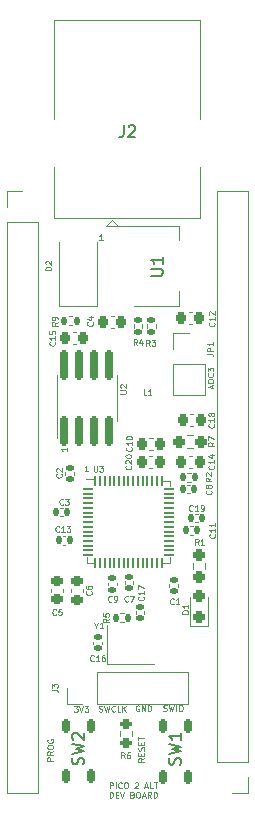
<source format=gbr>
%TF.GenerationSoftware,KiCad,Pcbnew,(6.0.11)*%
%TF.CreationDate,2024-08-13T15:35:31-05:00*%
%TF.ProjectId,PicoAlt,5069636f-416c-4742-9e6b-696361645f70,rev?*%
%TF.SameCoordinates,Original*%
%TF.FileFunction,Legend,Top*%
%TF.FilePolarity,Positive*%
%FSLAX46Y46*%
G04 Gerber Fmt 4.6, Leading zero omitted, Abs format (unit mm)*
G04 Created by KiCad (PCBNEW (6.0.11)) date 2024-08-13 15:35:31*
%MOMM*%
%LPD*%
G01*
G04 APERTURE LIST*
G04 Aperture macros list*
%AMRoundRect*
0 Rectangle with rounded corners*
0 $1 Rounding radius*
0 $2 $3 $4 $5 $6 $7 $8 $9 X,Y pos of 4 corners*
0 Add a 4 corners polygon primitive as box body*
4,1,4,$2,$3,$4,$5,$6,$7,$8,$9,$2,$3,0*
0 Add four circle primitives for the rounded corners*
1,1,$1+$1,$2,$3*
1,1,$1+$1,$4,$5*
1,1,$1+$1,$6,$7*
1,1,$1+$1,$8,$9*
0 Add four rect primitives between the rounded corners*
20,1,$1+$1,$2,$3,$4,$5,0*
20,1,$1+$1,$4,$5,$6,$7,0*
20,1,$1+$1,$6,$7,$8,$9,0*
20,1,$1+$1,$8,$9,$2,$3,0*%
G04 Aperture macros list end*
%ADD10C,0.125000*%
%ADD11C,0.150000*%
%ADD12C,0.100000*%
%ADD13C,0.120000*%
%ADD14R,1.400000X1.200000*%
%ADD15RoundRect,0.140000X0.140000X0.170000X-0.140000X0.170000X-0.140000X-0.170000X0.140000X-0.170000X0*%
%ADD16R,1.700000X1.700000*%
%ADD17C,1.700000*%
%ADD18C,3.500000*%
%ADD19RoundRect,0.135000X0.135000X0.185000X-0.135000X0.185000X-0.135000X-0.185000X0.135000X-0.185000X0*%
%ADD20RoundRect,0.225000X0.225000X0.250000X-0.225000X0.250000X-0.225000X-0.250000X0.225000X-0.250000X0*%
%ADD21RoundRect,0.237500X0.237500X-0.250000X0.237500X0.250000X-0.237500X0.250000X-0.237500X-0.250000X0*%
%ADD22RoundRect,0.135000X-0.185000X0.135000X-0.185000X-0.135000X0.185000X-0.135000X0.185000X0.135000X0*%
%ADD23RoundRect,0.140000X-0.170000X0.140000X-0.170000X-0.140000X0.170000X-0.140000X0.170000X0.140000X0*%
%ADD24RoundRect,0.225000X-0.225000X-0.250000X0.225000X-0.250000X0.225000X0.250000X-0.225000X0.250000X0*%
%ADD25RoundRect,0.050000X-0.387500X-0.050000X0.387500X-0.050000X0.387500X0.050000X-0.387500X0.050000X0*%
%ADD26RoundRect,0.050000X-0.050000X-0.387500X0.050000X-0.387500X0.050000X0.387500X-0.050000X0.387500X0*%
%ADD27R,3.400000X3.400000*%
%ADD28RoundRect,0.200000X-0.275000X0.200000X-0.275000X-0.200000X0.275000X-0.200000X0.275000X0.200000X0*%
%ADD29R,2.000000X1.500000*%
%ADD30R,2.000000X3.800000*%
%ADD31O,1.700000X1.700000*%
%ADD32RoundRect,0.140000X-0.140000X-0.170000X0.140000X-0.170000X0.140000X0.170000X-0.140000X0.170000X0*%
%ADD33R,0.800000X2.700000*%
%ADD34R,1.800000X2.500000*%
%ADD35RoundRect,0.237500X0.250000X0.237500X-0.250000X0.237500X-0.250000X-0.237500X0.250000X-0.237500X0*%
%ADD36RoundRect,0.162500X0.162500X-0.437500X0.162500X0.437500X-0.162500X0.437500X-0.162500X-0.437500X0*%
%ADD37RoundRect,0.237500X0.237500X-0.287500X0.237500X0.287500X-0.237500X0.287500X-0.237500X-0.287500X0*%
%ADD38RoundRect,0.150000X0.150000X-1.125000X0.150000X1.125000X-0.150000X1.125000X-0.150000X-1.125000X0*%
%ADD39RoundRect,0.135000X0.185000X-0.135000X0.185000X0.135000X-0.185000X0.135000X-0.185000X-0.135000X0*%
%ADD40RoundRect,0.140000X0.170000X-0.140000X0.170000X0.140000X-0.170000X0.140000X-0.170000X-0.140000X0*%
%ADD41RoundRect,0.225000X-0.250000X0.225000X-0.250000X-0.225000X0.250000X-0.225000X0.250000X0.225000X0*%
G04 APERTURE END LIST*
D10*
X149559047Y-120970000D02*
X149511428Y-120946190D01*
X149440000Y-120946190D01*
X149368571Y-120970000D01*
X149320952Y-121017619D01*
X149297142Y-121065238D01*
X149273333Y-121160476D01*
X149273333Y-121231904D01*
X149297142Y-121327142D01*
X149320952Y-121374761D01*
X149368571Y-121422380D01*
X149440000Y-121446190D01*
X149487619Y-121446190D01*
X149559047Y-121422380D01*
X149582857Y-121398571D01*
X149582857Y-121231904D01*
X149487619Y-121231904D01*
X149797142Y-121446190D02*
X149797142Y-120946190D01*
X150082857Y-121446190D01*
X150082857Y-120946190D01*
X150320952Y-121446190D02*
X150320952Y-120946190D01*
X150440000Y-120946190D01*
X150511428Y-120970000D01*
X150559047Y-121017619D01*
X150582857Y-121065238D01*
X150606666Y-121160476D01*
X150606666Y-121231904D01*
X150582857Y-121327142D01*
X150559047Y-121374761D01*
X150511428Y-121422380D01*
X150440000Y-121446190D01*
X150320952Y-121446190D01*
X151630476Y-121392380D02*
X151701904Y-121416190D01*
X151820952Y-121416190D01*
X151868571Y-121392380D01*
X151892380Y-121368571D01*
X151916190Y-121320952D01*
X151916190Y-121273333D01*
X151892380Y-121225714D01*
X151868571Y-121201904D01*
X151820952Y-121178095D01*
X151725714Y-121154285D01*
X151678095Y-121130476D01*
X151654285Y-121106666D01*
X151630476Y-121059047D01*
X151630476Y-121011428D01*
X151654285Y-120963809D01*
X151678095Y-120940000D01*
X151725714Y-120916190D01*
X151844761Y-120916190D01*
X151916190Y-120940000D01*
X152082857Y-120916190D02*
X152201904Y-121416190D01*
X152297142Y-121059047D01*
X152392380Y-121416190D01*
X152511428Y-120916190D01*
X152701904Y-121416190D02*
X152701904Y-120916190D01*
X153035238Y-120916190D02*
X153130476Y-120916190D01*
X153178095Y-120940000D01*
X153225714Y-120987619D01*
X153249523Y-121082857D01*
X153249523Y-121249523D01*
X153225714Y-121344761D01*
X153178095Y-121392380D01*
X153130476Y-121416190D01*
X153035238Y-121416190D01*
X152987619Y-121392380D01*
X152940000Y-121344761D01*
X152916190Y-121249523D01*
X152916190Y-121082857D01*
X152940000Y-120987619D01*
X152987619Y-120940000D01*
X153035238Y-120916190D01*
X143456190Y-99137142D02*
X143456190Y-99422857D01*
X143456190Y-99280000D02*
X142956190Y-99280000D01*
X143027619Y-99327619D01*
X143075238Y-99375238D01*
X143099047Y-99422857D01*
X145242857Y-101136190D02*
X144957142Y-101136190D01*
X145100000Y-101136190D02*
X145100000Y-100636190D01*
X145052380Y-100707619D01*
X145004761Y-100755238D01*
X144957142Y-100779047D01*
X144050952Y-120996190D02*
X144360476Y-120996190D01*
X144193809Y-121186666D01*
X144265238Y-121186666D01*
X144312857Y-121210476D01*
X144336666Y-121234285D01*
X144360476Y-121281904D01*
X144360476Y-121400952D01*
X144336666Y-121448571D01*
X144312857Y-121472380D01*
X144265238Y-121496190D01*
X144122380Y-121496190D01*
X144074761Y-121472380D01*
X144050952Y-121448571D01*
X144503333Y-120996190D02*
X144670000Y-121496190D01*
X144836666Y-120996190D01*
X144955714Y-120996190D02*
X145265238Y-120996190D01*
X145098571Y-121186666D01*
X145170000Y-121186666D01*
X145217619Y-121210476D01*
X145241428Y-121234285D01*
X145265238Y-121281904D01*
X145265238Y-121400952D01*
X145241428Y-121448571D01*
X145217619Y-121472380D01*
X145170000Y-121496190D01*
X145027142Y-121496190D01*
X144979523Y-121472380D01*
X144955714Y-121448571D01*
X150006190Y-125416190D02*
X149768095Y-125582857D01*
X150006190Y-125701904D02*
X149506190Y-125701904D01*
X149506190Y-125511428D01*
X149530000Y-125463809D01*
X149553809Y-125440000D01*
X149601428Y-125416190D01*
X149672857Y-125416190D01*
X149720476Y-125440000D01*
X149744285Y-125463809D01*
X149768095Y-125511428D01*
X149768095Y-125701904D01*
X149744285Y-125201904D02*
X149744285Y-125035238D01*
X150006190Y-124963809D02*
X150006190Y-125201904D01*
X149506190Y-125201904D01*
X149506190Y-124963809D01*
X149982380Y-124773333D02*
X150006190Y-124701904D01*
X150006190Y-124582857D01*
X149982380Y-124535238D01*
X149958571Y-124511428D01*
X149910952Y-124487619D01*
X149863333Y-124487619D01*
X149815714Y-124511428D01*
X149791904Y-124535238D01*
X149768095Y-124582857D01*
X149744285Y-124678095D01*
X149720476Y-124725714D01*
X149696666Y-124749523D01*
X149649047Y-124773333D01*
X149601428Y-124773333D01*
X149553809Y-124749523D01*
X149530000Y-124725714D01*
X149506190Y-124678095D01*
X149506190Y-124559047D01*
X149530000Y-124487619D01*
X149744285Y-124273333D02*
X149744285Y-124106666D01*
X150006190Y-124035238D02*
X150006190Y-124273333D01*
X149506190Y-124273333D01*
X149506190Y-124035238D01*
X149506190Y-123892380D02*
X149506190Y-123606666D01*
X150006190Y-123749523D02*
X149506190Y-123749523D01*
X142306190Y-125622857D02*
X141806190Y-125622857D01*
X141806190Y-125432380D01*
X141830000Y-125384761D01*
X141853809Y-125360952D01*
X141901428Y-125337142D01*
X141972857Y-125337142D01*
X142020476Y-125360952D01*
X142044285Y-125384761D01*
X142068095Y-125432380D01*
X142068095Y-125622857D01*
X142306190Y-124837142D02*
X142068095Y-125003809D01*
X142306190Y-125122857D02*
X141806190Y-125122857D01*
X141806190Y-124932380D01*
X141830000Y-124884761D01*
X141853809Y-124860952D01*
X141901428Y-124837142D01*
X141972857Y-124837142D01*
X142020476Y-124860952D01*
X142044285Y-124884761D01*
X142068095Y-124932380D01*
X142068095Y-125122857D01*
X141806190Y-124527619D02*
X141806190Y-124432380D01*
X141830000Y-124384761D01*
X141877619Y-124337142D01*
X141972857Y-124313333D01*
X142139523Y-124313333D01*
X142234761Y-124337142D01*
X142282380Y-124384761D01*
X142306190Y-124432380D01*
X142306190Y-124527619D01*
X142282380Y-124575238D01*
X142234761Y-124622857D01*
X142139523Y-124646666D01*
X141972857Y-124646666D01*
X141877619Y-124622857D01*
X141830000Y-124575238D01*
X141806190Y-124527619D01*
X141830000Y-123837142D02*
X141806190Y-123884761D01*
X141806190Y-123956190D01*
X141830000Y-124027619D01*
X141877619Y-124075238D01*
X141925238Y-124099047D01*
X142020476Y-124122857D01*
X142091904Y-124122857D01*
X142187142Y-124099047D01*
X142234761Y-124075238D01*
X142282380Y-124027619D01*
X142306190Y-123956190D01*
X142306190Y-123908571D01*
X142282380Y-123837142D01*
X142258571Y-123813333D01*
X142091904Y-123813333D01*
X142091904Y-123908571D01*
X146179047Y-121452380D02*
X146250476Y-121476190D01*
X146369523Y-121476190D01*
X146417142Y-121452380D01*
X146440952Y-121428571D01*
X146464761Y-121380952D01*
X146464761Y-121333333D01*
X146440952Y-121285714D01*
X146417142Y-121261904D01*
X146369523Y-121238095D01*
X146274285Y-121214285D01*
X146226666Y-121190476D01*
X146202857Y-121166666D01*
X146179047Y-121119047D01*
X146179047Y-121071428D01*
X146202857Y-121023809D01*
X146226666Y-121000000D01*
X146274285Y-120976190D01*
X146393333Y-120976190D01*
X146464761Y-121000000D01*
X146631428Y-120976190D02*
X146750476Y-121476190D01*
X146845714Y-121119047D01*
X146940952Y-121476190D01*
X147060000Y-120976190D01*
X147536190Y-121428571D02*
X147512380Y-121452380D01*
X147440952Y-121476190D01*
X147393333Y-121476190D01*
X147321904Y-121452380D01*
X147274285Y-121404761D01*
X147250476Y-121357142D01*
X147226666Y-121261904D01*
X147226666Y-121190476D01*
X147250476Y-121095238D01*
X147274285Y-121047619D01*
X147321904Y-121000000D01*
X147393333Y-120976190D01*
X147440952Y-120976190D01*
X147512380Y-121000000D01*
X147536190Y-121023809D01*
X147988571Y-121476190D02*
X147750476Y-121476190D01*
X147750476Y-120976190D01*
X148155238Y-121476190D02*
X148155238Y-120976190D01*
X148440952Y-121476190D02*
X148226666Y-121190476D01*
X148440952Y-120976190D02*
X148155238Y-121261904D01*
X146482857Y-81556190D02*
X146197142Y-81556190D01*
X146340000Y-81556190D02*
X146340000Y-81056190D01*
X146292380Y-81127619D01*
X146244761Y-81175238D01*
X146197142Y-81199047D01*
X147081904Y-127963690D02*
X147081904Y-127463690D01*
X147272380Y-127463690D01*
X147320000Y-127487500D01*
X147343809Y-127511309D01*
X147367619Y-127558928D01*
X147367619Y-127630357D01*
X147343809Y-127677976D01*
X147320000Y-127701785D01*
X147272380Y-127725595D01*
X147081904Y-127725595D01*
X147581904Y-127963690D02*
X147581904Y-127463690D01*
X148105714Y-127916071D02*
X148081904Y-127939880D01*
X148010476Y-127963690D01*
X147962857Y-127963690D01*
X147891428Y-127939880D01*
X147843809Y-127892261D01*
X147820000Y-127844642D01*
X147796190Y-127749404D01*
X147796190Y-127677976D01*
X147820000Y-127582738D01*
X147843809Y-127535119D01*
X147891428Y-127487500D01*
X147962857Y-127463690D01*
X148010476Y-127463690D01*
X148081904Y-127487500D01*
X148105714Y-127511309D01*
X148415238Y-127463690D02*
X148510476Y-127463690D01*
X148558095Y-127487500D01*
X148605714Y-127535119D01*
X148629523Y-127630357D01*
X148629523Y-127797023D01*
X148605714Y-127892261D01*
X148558095Y-127939880D01*
X148510476Y-127963690D01*
X148415238Y-127963690D01*
X148367619Y-127939880D01*
X148320000Y-127892261D01*
X148296190Y-127797023D01*
X148296190Y-127630357D01*
X148320000Y-127535119D01*
X148367619Y-127487500D01*
X148415238Y-127463690D01*
X149200952Y-127511309D02*
X149224761Y-127487500D01*
X149272380Y-127463690D01*
X149391428Y-127463690D01*
X149439047Y-127487500D01*
X149462857Y-127511309D01*
X149486666Y-127558928D01*
X149486666Y-127606547D01*
X149462857Y-127677976D01*
X149177142Y-127963690D01*
X149486666Y-127963690D01*
X150058095Y-127820833D02*
X150296190Y-127820833D01*
X150010476Y-127963690D02*
X150177142Y-127463690D01*
X150343809Y-127963690D01*
X150748571Y-127963690D02*
X150510476Y-127963690D01*
X150510476Y-127463690D01*
X150843809Y-127463690D02*
X151129523Y-127463690D01*
X150986666Y-127963690D02*
X150986666Y-127463690D01*
X147081904Y-128768690D02*
X147081904Y-128268690D01*
X147200952Y-128268690D01*
X147272380Y-128292500D01*
X147320000Y-128340119D01*
X147343809Y-128387738D01*
X147367619Y-128482976D01*
X147367619Y-128554404D01*
X147343809Y-128649642D01*
X147320000Y-128697261D01*
X147272380Y-128744880D01*
X147200952Y-128768690D01*
X147081904Y-128768690D01*
X147581904Y-128506785D02*
X147748571Y-128506785D01*
X147820000Y-128768690D02*
X147581904Y-128768690D01*
X147581904Y-128268690D01*
X147820000Y-128268690D01*
X147962857Y-128268690D02*
X148129523Y-128768690D01*
X148296190Y-128268690D01*
X149010476Y-128506785D02*
X149081904Y-128530595D01*
X149105714Y-128554404D01*
X149129523Y-128602023D01*
X149129523Y-128673452D01*
X149105714Y-128721071D01*
X149081904Y-128744880D01*
X149034285Y-128768690D01*
X148843809Y-128768690D01*
X148843809Y-128268690D01*
X149010476Y-128268690D01*
X149058095Y-128292500D01*
X149081904Y-128316309D01*
X149105714Y-128363928D01*
X149105714Y-128411547D01*
X149081904Y-128459166D01*
X149058095Y-128482976D01*
X149010476Y-128506785D01*
X148843809Y-128506785D01*
X149439047Y-128268690D02*
X149534285Y-128268690D01*
X149581904Y-128292500D01*
X149629523Y-128340119D01*
X149653333Y-128435357D01*
X149653333Y-128602023D01*
X149629523Y-128697261D01*
X149581904Y-128744880D01*
X149534285Y-128768690D01*
X149439047Y-128768690D01*
X149391428Y-128744880D01*
X149343809Y-128697261D01*
X149320000Y-128602023D01*
X149320000Y-128435357D01*
X149343809Y-128340119D01*
X149391428Y-128292500D01*
X149439047Y-128268690D01*
X149843809Y-128625833D02*
X150081904Y-128625833D01*
X149796190Y-128768690D02*
X149962857Y-128268690D01*
X150129523Y-128768690D01*
X150581904Y-128768690D02*
X150415238Y-128530595D01*
X150296190Y-128768690D02*
X150296190Y-128268690D01*
X150486666Y-128268690D01*
X150534285Y-128292500D01*
X150558095Y-128316309D01*
X150581904Y-128363928D01*
X150581904Y-128435357D01*
X150558095Y-128482976D01*
X150534285Y-128506785D01*
X150486666Y-128530595D01*
X150296190Y-128530595D01*
X150796190Y-128768690D02*
X150796190Y-128268690D01*
X150915238Y-128268690D01*
X150986666Y-128292500D01*
X151034285Y-128340119D01*
X151058095Y-128387738D01*
X151081904Y-128482976D01*
X151081904Y-128554404D01*
X151058095Y-128649642D01*
X151034285Y-128697261D01*
X150986666Y-128744880D01*
X150915238Y-128768690D01*
X150796190Y-128768690D01*
X155723333Y-94067142D02*
X155723333Y-93829047D01*
X155866190Y-94114761D02*
X155366190Y-93948095D01*
X155866190Y-93781428D01*
X155866190Y-93614761D02*
X155366190Y-93614761D01*
X155366190Y-93495714D01*
X155390000Y-93424285D01*
X155437619Y-93376666D01*
X155485238Y-93352857D01*
X155580476Y-93329047D01*
X155651904Y-93329047D01*
X155747142Y-93352857D01*
X155794761Y-93376666D01*
X155842380Y-93424285D01*
X155866190Y-93495714D01*
X155866190Y-93614761D01*
X155818571Y-92829047D02*
X155842380Y-92852857D01*
X155866190Y-92924285D01*
X155866190Y-92971904D01*
X155842380Y-93043333D01*
X155794761Y-93090952D01*
X155747142Y-93114761D01*
X155651904Y-93138571D01*
X155580476Y-93138571D01*
X155485238Y-93114761D01*
X155437619Y-93090952D01*
X155390000Y-93043333D01*
X155366190Y-92971904D01*
X155366190Y-92924285D01*
X155390000Y-92852857D01*
X155413809Y-92829047D01*
X155366190Y-92662380D02*
X155366190Y-92352857D01*
X155556666Y-92519523D01*
X155556666Y-92448095D01*
X155580476Y-92400476D01*
X155604285Y-92376666D01*
X155651904Y-92352857D01*
X155770952Y-92352857D01*
X155818571Y-92376666D01*
X155842380Y-92400476D01*
X155866190Y-92448095D01*
X155866190Y-92590952D01*
X155842380Y-92638571D01*
X155818571Y-92662380D01*
%TO.C,Y1*%
X145941904Y-114198095D02*
X145941904Y-114436190D01*
X145775238Y-113936190D02*
X145941904Y-114198095D01*
X146108571Y-113936190D01*
X146537142Y-114436190D02*
X146251428Y-114436190D01*
X146394285Y-114436190D02*
X146394285Y-113936190D01*
X146346666Y-114007619D01*
X146299047Y-114055238D01*
X146251428Y-114079047D01*
%TO.C,C13*%
X142798571Y-106218571D02*
X142774761Y-106242380D01*
X142703333Y-106266190D01*
X142655714Y-106266190D01*
X142584285Y-106242380D01*
X142536666Y-106194761D01*
X142512857Y-106147142D01*
X142489047Y-106051904D01*
X142489047Y-105980476D01*
X142512857Y-105885238D01*
X142536666Y-105837619D01*
X142584285Y-105790000D01*
X142655714Y-105766190D01*
X142703333Y-105766190D01*
X142774761Y-105790000D01*
X142798571Y-105813809D01*
X143274761Y-106266190D02*
X142989047Y-106266190D01*
X143131904Y-106266190D02*
X143131904Y-105766190D01*
X143084285Y-105837619D01*
X143036666Y-105885238D01*
X142989047Y-105909047D01*
X143441428Y-105766190D02*
X143750952Y-105766190D01*
X143584285Y-105956666D01*
X143655714Y-105956666D01*
X143703333Y-105980476D01*
X143727142Y-106004285D01*
X143750952Y-106051904D01*
X143750952Y-106170952D01*
X143727142Y-106218571D01*
X143703333Y-106242380D01*
X143655714Y-106266190D01*
X143512857Y-106266190D01*
X143465238Y-106242380D01*
X143441428Y-106218571D01*
D11*
%TO.C,J2*%
X148256666Y-71842380D02*
X148256666Y-72556666D01*
X148209047Y-72699523D01*
X148113809Y-72794761D01*
X147970952Y-72842380D01*
X147875714Y-72842380D01*
X148685238Y-71937619D02*
X148732857Y-71890000D01*
X148828095Y-71842380D01*
X149066190Y-71842380D01*
X149161428Y-71890000D01*
X149209047Y-71937619D01*
X149256666Y-72032857D01*
X149256666Y-72128095D01*
X149209047Y-72270952D01*
X148637619Y-72842380D01*
X149256666Y-72842380D01*
D12*
%TO.C,R9*%
X142676190Y-88503333D02*
X142438095Y-88670000D01*
X142676190Y-88789047D02*
X142176190Y-88789047D01*
X142176190Y-88598571D01*
X142200000Y-88550952D01*
X142223809Y-88527142D01*
X142271428Y-88503333D01*
X142342857Y-88503333D01*
X142390476Y-88527142D01*
X142414285Y-88550952D01*
X142438095Y-88598571D01*
X142438095Y-88789047D01*
X142676190Y-88265238D02*
X142676190Y-88170000D01*
X142652380Y-88122380D01*
X142628571Y-88098571D01*
X142557142Y-88050952D01*
X142461904Y-88027142D01*
X142271428Y-88027142D01*
X142223809Y-88050952D01*
X142200000Y-88074761D01*
X142176190Y-88122380D01*
X142176190Y-88217619D01*
X142200000Y-88265238D01*
X142223809Y-88289047D01*
X142271428Y-88312857D01*
X142390476Y-88312857D01*
X142438095Y-88289047D01*
X142461904Y-88265238D01*
X142485714Y-88217619D01*
X142485714Y-88122380D01*
X142461904Y-88074761D01*
X142438095Y-88050952D01*
X142390476Y-88027142D01*
D10*
%TO.C,C12*%
X155918571Y-88531428D02*
X155942380Y-88555238D01*
X155966190Y-88626666D01*
X155966190Y-88674285D01*
X155942380Y-88745714D01*
X155894761Y-88793333D01*
X155847142Y-88817142D01*
X155751904Y-88840952D01*
X155680476Y-88840952D01*
X155585238Y-88817142D01*
X155537619Y-88793333D01*
X155490000Y-88745714D01*
X155466190Y-88674285D01*
X155466190Y-88626666D01*
X155490000Y-88555238D01*
X155513809Y-88531428D01*
X155966190Y-88055238D02*
X155966190Y-88340952D01*
X155966190Y-88198095D02*
X155466190Y-88198095D01*
X155537619Y-88245714D01*
X155585238Y-88293333D01*
X155609047Y-88340952D01*
X155513809Y-87864761D02*
X155490000Y-87840952D01*
X155466190Y-87793333D01*
X155466190Y-87674285D01*
X155490000Y-87626666D01*
X155513809Y-87602857D01*
X155561428Y-87579047D01*
X155609047Y-87579047D01*
X155680476Y-87602857D01*
X155966190Y-87888571D01*
X155966190Y-87579047D01*
%TO.C,R1*%
X154606666Y-107346190D02*
X154440000Y-107108095D01*
X154320952Y-107346190D02*
X154320952Y-106846190D01*
X154511428Y-106846190D01*
X154559047Y-106870000D01*
X154582857Y-106893809D01*
X154606666Y-106941428D01*
X154606666Y-107012857D01*
X154582857Y-107060476D01*
X154559047Y-107084285D01*
X154511428Y-107108095D01*
X154320952Y-107108095D01*
X155082857Y-107346190D02*
X154797142Y-107346190D01*
X154940000Y-107346190D02*
X154940000Y-106846190D01*
X154892380Y-106917619D01*
X154844761Y-106965238D01*
X154797142Y-106989047D01*
D12*
%TO.C,R3*%
X150466666Y-90506190D02*
X150300000Y-90268095D01*
X150180952Y-90506190D02*
X150180952Y-90006190D01*
X150371428Y-90006190D01*
X150419047Y-90030000D01*
X150442857Y-90053809D01*
X150466666Y-90101428D01*
X150466666Y-90172857D01*
X150442857Y-90220476D01*
X150419047Y-90244285D01*
X150371428Y-90268095D01*
X150180952Y-90268095D01*
X150633333Y-90006190D02*
X150942857Y-90006190D01*
X150776190Y-90196666D01*
X150847619Y-90196666D01*
X150895238Y-90220476D01*
X150919047Y-90244285D01*
X150942857Y-90291904D01*
X150942857Y-90410952D01*
X150919047Y-90458571D01*
X150895238Y-90482380D01*
X150847619Y-90506190D01*
X150704761Y-90506190D01*
X150657142Y-90482380D01*
X150633333Y-90458571D01*
D10*
%TO.C,C1*%
X152496666Y-112348571D02*
X152472857Y-112372380D01*
X152401428Y-112396190D01*
X152353809Y-112396190D01*
X152282380Y-112372380D01*
X152234761Y-112324761D01*
X152210952Y-112277142D01*
X152187142Y-112181904D01*
X152187142Y-112110476D01*
X152210952Y-112015238D01*
X152234761Y-111967619D01*
X152282380Y-111920000D01*
X152353809Y-111896190D01*
X152401428Y-111896190D01*
X152472857Y-111920000D01*
X152496666Y-111943809D01*
X152972857Y-112396190D02*
X152687142Y-112396190D01*
X152830000Y-112396190D02*
X152830000Y-111896190D01*
X152782380Y-111967619D01*
X152734761Y-112015238D01*
X152687142Y-112039047D01*
%TO.C,C10*%
X148928571Y-99091428D02*
X148952380Y-99115238D01*
X148976190Y-99186666D01*
X148976190Y-99234285D01*
X148952380Y-99305714D01*
X148904761Y-99353333D01*
X148857142Y-99377142D01*
X148761904Y-99400952D01*
X148690476Y-99400952D01*
X148595238Y-99377142D01*
X148547619Y-99353333D01*
X148500000Y-99305714D01*
X148476190Y-99234285D01*
X148476190Y-99186666D01*
X148500000Y-99115238D01*
X148523809Y-99091428D01*
X148976190Y-98615238D02*
X148976190Y-98900952D01*
X148976190Y-98758095D02*
X148476190Y-98758095D01*
X148547619Y-98805714D01*
X148595238Y-98853333D01*
X148619047Y-98900952D01*
X148476190Y-98305714D02*
X148476190Y-98258095D01*
X148500000Y-98210476D01*
X148523809Y-98186666D01*
X148571428Y-98162857D01*
X148666666Y-98139047D01*
X148785714Y-98139047D01*
X148880952Y-98162857D01*
X148928571Y-98186666D01*
X148952380Y-98210476D01*
X148976190Y-98258095D01*
X148976190Y-98305714D01*
X148952380Y-98353333D01*
X148928571Y-98377142D01*
X148880952Y-98400952D01*
X148785714Y-98424761D01*
X148666666Y-98424761D01*
X148571428Y-98400952D01*
X148523809Y-98377142D01*
X148500000Y-98353333D01*
X148476190Y-98305714D01*
D12*
%TO.C,U3*%
X145739047Y-100666190D02*
X145739047Y-101070952D01*
X145762857Y-101118571D01*
X145786666Y-101142380D01*
X145834285Y-101166190D01*
X145929523Y-101166190D01*
X145977142Y-101142380D01*
X146000952Y-101118571D01*
X146024761Y-101070952D01*
X146024761Y-100666190D01*
X146215238Y-100666190D02*
X146524761Y-100666190D01*
X146358095Y-100856666D01*
X146429523Y-100856666D01*
X146477142Y-100880476D01*
X146500952Y-100904285D01*
X146524761Y-100951904D01*
X146524761Y-101070952D01*
X146500952Y-101118571D01*
X146477142Y-101142380D01*
X146429523Y-101166190D01*
X146286666Y-101166190D01*
X146239047Y-101142380D01*
X146215238Y-101118571D01*
%TO.C,R6*%
X148336666Y-125426190D02*
X148170000Y-125188095D01*
X148050952Y-125426190D02*
X148050952Y-124926190D01*
X148241428Y-124926190D01*
X148289047Y-124950000D01*
X148312857Y-124973809D01*
X148336666Y-125021428D01*
X148336666Y-125092857D01*
X148312857Y-125140476D01*
X148289047Y-125164285D01*
X148241428Y-125188095D01*
X148050952Y-125188095D01*
X148765238Y-124926190D02*
X148670000Y-124926190D01*
X148622380Y-124950000D01*
X148598571Y-124973809D01*
X148550952Y-125045238D01*
X148527142Y-125140476D01*
X148527142Y-125330952D01*
X148550952Y-125378571D01*
X148574761Y-125402380D01*
X148622380Y-125426190D01*
X148717619Y-125426190D01*
X148765238Y-125402380D01*
X148789047Y-125378571D01*
X148812857Y-125330952D01*
X148812857Y-125211904D01*
X148789047Y-125164285D01*
X148765238Y-125140476D01*
X148717619Y-125116666D01*
X148622380Y-125116666D01*
X148574761Y-125140476D01*
X148550952Y-125164285D01*
X148527142Y-125211904D01*
D11*
%TO.C,U1*%
X150582380Y-84551904D02*
X151391904Y-84551904D01*
X151487142Y-84504285D01*
X151534761Y-84456666D01*
X151582380Y-84361428D01*
X151582380Y-84170952D01*
X151534761Y-84075714D01*
X151487142Y-84028095D01*
X151391904Y-83980476D01*
X150582380Y-83980476D01*
X151582380Y-82980476D02*
X151582380Y-83551904D01*
X151582380Y-83266190D02*
X150582380Y-83266190D01*
X150725238Y-83361428D01*
X150820476Y-83456666D01*
X150868095Y-83551904D01*
D10*
%TO.C,J3*%
X142166190Y-119626666D02*
X142523333Y-119626666D01*
X142594761Y-119650476D01*
X142642380Y-119698095D01*
X142666190Y-119769523D01*
X142666190Y-119817142D01*
X142166190Y-119436190D02*
X142166190Y-119126666D01*
X142356666Y-119293333D01*
X142356666Y-119221904D01*
X142380476Y-119174285D01*
X142404285Y-119150476D01*
X142451904Y-119126666D01*
X142570952Y-119126666D01*
X142618571Y-119150476D01*
X142642380Y-119174285D01*
X142666190Y-119221904D01*
X142666190Y-119364761D01*
X142642380Y-119412380D01*
X142618571Y-119436190D01*
%TO.C,C4*%
X145628571Y-88503333D02*
X145652380Y-88527142D01*
X145676190Y-88598571D01*
X145676190Y-88646190D01*
X145652380Y-88717619D01*
X145604761Y-88765238D01*
X145557142Y-88789047D01*
X145461904Y-88812857D01*
X145390476Y-88812857D01*
X145295238Y-88789047D01*
X145247619Y-88765238D01*
X145200000Y-88717619D01*
X145176190Y-88646190D01*
X145176190Y-88598571D01*
X145200000Y-88527142D01*
X145223809Y-88503333D01*
X145342857Y-88074761D02*
X145676190Y-88074761D01*
X145152380Y-88193809D02*
X145509523Y-88312857D01*
X145509523Y-88003333D01*
D12*
%TO.C,C19*%
X154108571Y-104438571D02*
X154084761Y-104462380D01*
X154013333Y-104486190D01*
X153965714Y-104486190D01*
X153894285Y-104462380D01*
X153846666Y-104414761D01*
X153822857Y-104367142D01*
X153799047Y-104271904D01*
X153799047Y-104200476D01*
X153822857Y-104105238D01*
X153846666Y-104057619D01*
X153894285Y-104010000D01*
X153965714Y-103986190D01*
X154013333Y-103986190D01*
X154084761Y-104010000D01*
X154108571Y-104033809D01*
X154584761Y-104486190D02*
X154299047Y-104486190D01*
X154441904Y-104486190D02*
X154441904Y-103986190D01*
X154394285Y-104057619D01*
X154346666Y-104105238D01*
X154299047Y-104129047D01*
X154822857Y-104486190D02*
X154918095Y-104486190D01*
X154965714Y-104462380D01*
X154989523Y-104438571D01*
X155037142Y-104367142D01*
X155060952Y-104271904D01*
X155060952Y-104081428D01*
X155037142Y-104033809D01*
X155013333Y-104010000D01*
X154965714Y-103986190D01*
X154870476Y-103986190D01*
X154822857Y-104010000D01*
X154799047Y-104033809D01*
X154775238Y-104081428D01*
X154775238Y-104200476D01*
X154799047Y-104248095D01*
X154822857Y-104271904D01*
X154870476Y-104295714D01*
X154965714Y-104295714D01*
X155013333Y-104271904D01*
X155037142Y-104248095D01*
X155060952Y-104200476D01*
%TO.C,L1*%
X150186666Y-94686190D02*
X149948571Y-94686190D01*
X149948571Y-94186190D01*
X150615238Y-94686190D02*
X150329523Y-94686190D01*
X150472380Y-94686190D02*
X150472380Y-94186190D01*
X150424761Y-94257619D01*
X150377142Y-94305238D01*
X150329523Y-94329047D01*
D10*
%TO.C,D2*%
X142126190Y-84079047D02*
X141626190Y-84079047D01*
X141626190Y-83960000D01*
X141650000Y-83888571D01*
X141697619Y-83840952D01*
X141745238Y-83817142D01*
X141840476Y-83793333D01*
X141911904Y-83793333D01*
X142007142Y-83817142D01*
X142054761Y-83840952D01*
X142102380Y-83888571D01*
X142126190Y-83960000D01*
X142126190Y-84079047D01*
X141673809Y-83602857D02*
X141650000Y-83579047D01*
X141626190Y-83531428D01*
X141626190Y-83412380D01*
X141650000Y-83364761D01*
X141673809Y-83340952D01*
X141721428Y-83317142D01*
X141769047Y-83317142D01*
X141840476Y-83340952D01*
X142126190Y-83626666D01*
X142126190Y-83317142D01*
%TO.C,R7*%
X155946190Y-98673333D02*
X155708095Y-98840000D01*
X155946190Y-98959047D02*
X155446190Y-98959047D01*
X155446190Y-98768571D01*
X155470000Y-98720952D01*
X155493809Y-98697142D01*
X155541428Y-98673333D01*
X155612857Y-98673333D01*
X155660476Y-98697142D01*
X155684285Y-98720952D01*
X155708095Y-98768571D01*
X155708095Y-98959047D01*
X155446190Y-98506666D02*
X155446190Y-98173333D01*
X155946190Y-98387619D01*
D12*
%TO.C,R5*%
X147026190Y-113613333D02*
X146788095Y-113780000D01*
X147026190Y-113899047D02*
X146526190Y-113899047D01*
X146526190Y-113708571D01*
X146550000Y-113660952D01*
X146573809Y-113637142D01*
X146621428Y-113613333D01*
X146692857Y-113613333D01*
X146740476Y-113637142D01*
X146764285Y-113660952D01*
X146788095Y-113708571D01*
X146788095Y-113899047D01*
X146526190Y-113160952D02*
X146526190Y-113399047D01*
X146764285Y-113422857D01*
X146740476Y-113399047D01*
X146716666Y-113351428D01*
X146716666Y-113232380D01*
X146740476Y-113184761D01*
X146764285Y-113160952D01*
X146811904Y-113137142D01*
X146930952Y-113137142D01*
X146978571Y-113160952D01*
X147002380Y-113184761D01*
X147026190Y-113232380D01*
X147026190Y-113351428D01*
X147002380Y-113399047D01*
X146978571Y-113422857D01*
D11*
%TO.C,SW1*%
X153044761Y-125953333D02*
X153092380Y-125810476D01*
X153092380Y-125572380D01*
X153044761Y-125477142D01*
X152997142Y-125429523D01*
X152901904Y-125381904D01*
X152806666Y-125381904D01*
X152711428Y-125429523D01*
X152663809Y-125477142D01*
X152616190Y-125572380D01*
X152568571Y-125762857D01*
X152520952Y-125858095D01*
X152473333Y-125905714D01*
X152378095Y-125953333D01*
X152282857Y-125953333D01*
X152187619Y-125905714D01*
X152140000Y-125858095D01*
X152092380Y-125762857D01*
X152092380Y-125524761D01*
X152140000Y-125381904D01*
X152092380Y-125048571D02*
X153092380Y-124810476D01*
X152378095Y-124620000D01*
X153092380Y-124429523D01*
X152092380Y-124191428D01*
X153092380Y-123286666D02*
X153092380Y-123858095D01*
X153092380Y-123572380D02*
X152092380Y-123572380D01*
X152235238Y-123667619D01*
X152330476Y-123762857D01*
X152378095Y-123858095D01*
D10*
%TO.C,D1*%
X153736190Y-113169047D02*
X153236190Y-113169047D01*
X153236190Y-113050000D01*
X153260000Y-112978571D01*
X153307619Y-112930952D01*
X153355238Y-112907142D01*
X153450476Y-112883333D01*
X153521904Y-112883333D01*
X153617142Y-112907142D01*
X153664761Y-112930952D01*
X153712380Y-112978571D01*
X153736190Y-113050000D01*
X153736190Y-113169047D01*
X153736190Y-112407142D02*
X153736190Y-112692857D01*
X153736190Y-112550000D02*
X153236190Y-112550000D01*
X153307619Y-112597619D01*
X153355238Y-112645238D01*
X153379047Y-112692857D01*
%TO.C,C8*%
X155668571Y-102753333D02*
X155692380Y-102777142D01*
X155716190Y-102848571D01*
X155716190Y-102896190D01*
X155692380Y-102967619D01*
X155644761Y-103015238D01*
X155597142Y-103039047D01*
X155501904Y-103062857D01*
X155430476Y-103062857D01*
X155335238Y-103039047D01*
X155287619Y-103015238D01*
X155240000Y-102967619D01*
X155216190Y-102896190D01*
X155216190Y-102848571D01*
X155240000Y-102777142D01*
X155263809Y-102753333D01*
X155430476Y-102467619D02*
X155406666Y-102515238D01*
X155382857Y-102539047D01*
X155335238Y-102562857D01*
X155311428Y-102562857D01*
X155263809Y-102539047D01*
X155240000Y-102515238D01*
X155216190Y-102467619D01*
X155216190Y-102372380D01*
X155240000Y-102324761D01*
X155263809Y-102300952D01*
X155311428Y-102277142D01*
X155335238Y-102277142D01*
X155382857Y-102300952D01*
X155406666Y-102324761D01*
X155430476Y-102372380D01*
X155430476Y-102467619D01*
X155454285Y-102515238D01*
X155478095Y-102539047D01*
X155525714Y-102562857D01*
X155620952Y-102562857D01*
X155668571Y-102539047D01*
X155692380Y-102515238D01*
X155716190Y-102467619D01*
X155716190Y-102372380D01*
X155692380Y-102324761D01*
X155668571Y-102300952D01*
X155620952Y-102277142D01*
X155525714Y-102277142D01*
X155478095Y-102300952D01*
X155454285Y-102324761D01*
X155430476Y-102372380D01*
D12*
%TO.C,C14*%
X155880571Y-100651428D02*
X155904380Y-100675238D01*
X155928190Y-100746666D01*
X155928190Y-100794285D01*
X155904380Y-100865714D01*
X155856761Y-100913333D01*
X155809142Y-100937142D01*
X155713904Y-100960952D01*
X155642476Y-100960952D01*
X155547238Y-100937142D01*
X155499619Y-100913333D01*
X155452000Y-100865714D01*
X155428190Y-100794285D01*
X155428190Y-100746666D01*
X155452000Y-100675238D01*
X155475809Y-100651428D01*
X155928190Y-100175238D02*
X155928190Y-100460952D01*
X155928190Y-100318095D02*
X155428190Y-100318095D01*
X155499619Y-100365714D01*
X155547238Y-100413333D01*
X155571047Y-100460952D01*
X155594857Y-99746666D02*
X155928190Y-99746666D01*
X155404380Y-99865714D02*
X155761523Y-99984761D01*
X155761523Y-99675238D01*
D10*
%TO.C,C15*%
X142428571Y-90171428D02*
X142452380Y-90195238D01*
X142476190Y-90266666D01*
X142476190Y-90314285D01*
X142452380Y-90385714D01*
X142404761Y-90433333D01*
X142357142Y-90457142D01*
X142261904Y-90480952D01*
X142190476Y-90480952D01*
X142095238Y-90457142D01*
X142047619Y-90433333D01*
X142000000Y-90385714D01*
X141976190Y-90314285D01*
X141976190Y-90266666D01*
X142000000Y-90195238D01*
X142023809Y-90171428D01*
X142476190Y-89695238D02*
X142476190Y-89980952D01*
X142476190Y-89838095D02*
X141976190Y-89838095D01*
X142047619Y-89885714D01*
X142095238Y-89933333D01*
X142119047Y-89980952D01*
X141976190Y-89242857D02*
X141976190Y-89480952D01*
X142214285Y-89504761D01*
X142190476Y-89480952D01*
X142166666Y-89433333D01*
X142166666Y-89314285D01*
X142190476Y-89266666D01*
X142214285Y-89242857D01*
X142261904Y-89219047D01*
X142380952Y-89219047D01*
X142428571Y-89242857D01*
X142452380Y-89266666D01*
X142476190Y-89314285D01*
X142476190Y-89433333D01*
X142452380Y-89480952D01*
X142428571Y-89504761D01*
%TO.C,C18*%
X155898571Y-97111428D02*
X155922380Y-97135238D01*
X155946190Y-97206666D01*
X155946190Y-97254285D01*
X155922380Y-97325714D01*
X155874761Y-97373333D01*
X155827142Y-97397142D01*
X155731904Y-97420952D01*
X155660476Y-97420952D01*
X155565238Y-97397142D01*
X155517619Y-97373333D01*
X155470000Y-97325714D01*
X155446190Y-97254285D01*
X155446190Y-97206666D01*
X155470000Y-97135238D01*
X155493809Y-97111428D01*
X155946190Y-96635238D02*
X155946190Y-96920952D01*
X155946190Y-96778095D02*
X155446190Y-96778095D01*
X155517619Y-96825714D01*
X155565238Y-96873333D01*
X155589047Y-96920952D01*
X155660476Y-96349523D02*
X155636666Y-96397142D01*
X155612857Y-96420952D01*
X155565238Y-96444761D01*
X155541428Y-96444761D01*
X155493809Y-96420952D01*
X155470000Y-96397142D01*
X155446190Y-96349523D01*
X155446190Y-96254285D01*
X155470000Y-96206666D01*
X155493809Y-96182857D01*
X155541428Y-96159047D01*
X155565238Y-96159047D01*
X155612857Y-96182857D01*
X155636666Y-96206666D01*
X155660476Y-96254285D01*
X155660476Y-96349523D01*
X155684285Y-96397142D01*
X155708095Y-96420952D01*
X155755714Y-96444761D01*
X155850952Y-96444761D01*
X155898571Y-96420952D01*
X155922380Y-96397142D01*
X155946190Y-96349523D01*
X155946190Y-96254285D01*
X155922380Y-96206666D01*
X155898571Y-96182857D01*
X155850952Y-96159047D01*
X155755714Y-96159047D01*
X155708095Y-96182857D01*
X155684285Y-96206666D01*
X155660476Y-96254285D01*
%TO.C,JP1*%
X155346190Y-91176666D02*
X155703333Y-91176666D01*
X155774761Y-91200476D01*
X155822380Y-91248095D01*
X155846190Y-91319523D01*
X155846190Y-91367142D01*
X155846190Y-90938571D02*
X155346190Y-90938571D01*
X155346190Y-90748095D01*
X155370000Y-90700476D01*
X155393809Y-90676666D01*
X155441428Y-90652857D01*
X155512857Y-90652857D01*
X155560476Y-90676666D01*
X155584285Y-90700476D01*
X155608095Y-90748095D01*
X155608095Y-90938571D01*
X155846190Y-90176666D02*
X155846190Y-90462380D01*
X155846190Y-90319523D02*
X155346190Y-90319523D01*
X155417619Y-90367142D01*
X155465238Y-90414761D01*
X155489047Y-90462380D01*
%TO.C,U2*%
X147976190Y-94550952D02*
X148380952Y-94550952D01*
X148428571Y-94527142D01*
X148452380Y-94503333D01*
X148476190Y-94455714D01*
X148476190Y-94360476D01*
X148452380Y-94312857D01*
X148428571Y-94289047D01*
X148380952Y-94265238D01*
X147976190Y-94265238D01*
X148023809Y-94050952D02*
X148000000Y-94027142D01*
X147976190Y-93979523D01*
X147976190Y-93860476D01*
X148000000Y-93812857D01*
X148023809Y-93789047D01*
X148071428Y-93765238D01*
X148119047Y-93765238D01*
X148190476Y-93789047D01*
X148476190Y-94074761D01*
X148476190Y-93765238D01*
D12*
%TO.C,R4*%
X149386666Y-90436190D02*
X149220000Y-90198095D01*
X149100952Y-90436190D02*
X149100952Y-89936190D01*
X149291428Y-89936190D01*
X149339047Y-89960000D01*
X149362857Y-89983809D01*
X149386666Y-90031428D01*
X149386666Y-90102857D01*
X149362857Y-90150476D01*
X149339047Y-90174285D01*
X149291428Y-90198095D01*
X149100952Y-90198095D01*
X149815238Y-90102857D02*
X149815238Y-90436190D01*
X149696190Y-89912380D02*
X149577142Y-90269523D01*
X149886666Y-90269523D01*
D10*
%TO.C,C16*%
X145728571Y-117148571D02*
X145704761Y-117172380D01*
X145633333Y-117196190D01*
X145585714Y-117196190D01*
X145514285Y-117172380D01*
X145466666Y-117124761D01*
X145442857Y-117077142D01*
X145419047Y-116981904D01*
X145419047Y-116910476D01*
X145442857Y-116815238D01*
X145466666Y-116767619D01*
X145514285Y-116720000D01*
X145585714Y-116696190D01*
X145633333Y-116696190D01*
X145704761Y-116720000D01*
X145728571Y-116743809D01*
X146204761Y-117196190D02*
X145919047Y-117196190D01*
X146061904Y-117196190D02*
X146061904Y-116696190D01*
X146014285Y-116767619D01*
X145966666Y-116815238D01*
X145919047Y-116839047D01*
X146633333Y-116696190D02*
X146538095Y-116696190D01*
X146490476Y-116720000D01*
X146466666Y-116743809D01*
X146419047Y-116815238D01*
X146395238Y-116910476D01*
X146395238Y-117100952D01*
X146419047Y-117148571D01*
X146442857Y-117172380D01*
X146490476Y-117196190D01*
X146585714Y-117196190D01*
X146633333Y-117172380D01*
X146657142Y-117148571D01*
X146680952Y-117100952D01*
X146680952Y-116981904D01*
X146657142Y-116934285D01*
X146633333Y-116910476D01*
X146585714Y-116886666D01*
X146490476Y-116886666D01*
X146442857Y-116910476D01*
X146419047Y-116934285D01*
X146395238Y-116981904D01*
%TO.C,C2*%
X142988571Y-101343333D02*
X143012380Y-101367142D01*
X143036190Y-101438571D01*
X143036190Y-101486190D01*
X143012380Y-101557619D01*
X142964761Y-101605238D01*
X142917142Y-101629047D01*
X142821904Y-101652857D01*
X142750476Y-101652857D01*
X142655238Y-101629047D01*
X142607619Y-101605238D01*
X142560000Y-101557619D01*
X142536190Y-101486190D01*
X142536190Y-101438571D01*
X142560000Y-101367142D01*
X142583809Y-101343333D01*
X142583809Y-101152857D02*
X142560000Y-101129047D01*
X142536190Y-101081428D01*
X142536190Y-100962380D01*
X142560000Y-100914761D01*
X142583809Y-100890952D01*
X142631428Y-100867142D01*
X142679047Y-100867142D01*
X142750476Y-100890952D01*
X143036190Y-101176666D01*
X143036190Y-100867142D01*
D11*
%TO.C,SW2*%
X144854761Y-125943333D02*
X144902380Y-125800476D01*
X144902380Y-125562380D01*
X144854761Y-125467142D01*
X144807142Y-125419523D01*
X144711904Y-125371904D01*
X144616666Y-125371904D01*
X144521428Y-125419523D01*
X144473809Y-125467142D01*
X144426190Y-125562380D01*
X144378571Y-125752857D01*
X144330952Y-125848095D01*
X144283333Y-125895714D01*
X144188095Y-125943333D01*
X144092857Y-125943333D01*
X143997619Y-125895714D01*
X143950000Y-125848095D01*
X143902380Y-125752857D01*
X143902380Y-125514761D01*
X143950000Y-125371904D01*
X143902380Y-125038571D02*
X144902380Y-124800476D01*
X144188095Y-124610000D01*
X144902380Y-124419523D01*
X143902380Y-124181428D01*
X143997619Y-123848095D02*
X143950000Y-123800476D01*
X143902380Y-123705238D01*
X143902380Y-123467142D01*
X143950000Y-123371904D01*
X143997619Y-123324285D01*
X144092857Y-123276666D01*
X144188095Y-123276666D01*
X144330952Y-123324285D01*
X144902380Y-123895714D01*
X144902380Y-123276666D01*
D12*
%TO.C,R2*%
X155696190Y-101693333D02*
X155458095Y-101860000D01*
X155696190Y-101979047D02*
X155196190Y-101979047D01*
X155196190Y-101788571D01*
X155220000Y-101740952D01*
X155243809Y-101717142D01*
X155291428Y-101693333D01*
X155362857Y-101693333D01*
X155410476Y-101717142D01*
X155434285Y-101740952D01*
X155458095Y-101788571D01*
X155458095Y-101979047D01*
X155243809Y-101502857D02*
X155220000Y-101479047D01*
X155196190Y-101431428D01*
X155196190Y-101312380D01*
X155220000Y-101264761D01*
X155243809Y-101240952D01*
X155291428Y-101217142D01*
X155339047Y-101217142D01*
X155410476Y-101240952D01*
X155696190Y-101526666D01*
X155696190Y-101217142D01*
D10*
%TO.C,C3*%
X143136666Y-103918571D02*
X143112857Y-103942380D01*
X143041428Y-103966190D01*
X142993809Y-103966190D01*
X142922380Y-103942380D01*
X142874761Y-103894761D01*
X142850952Y-103847142D01*
X142827142Y-103751904D01*
X142827142Y-103680476D01*
X142850952Y-103585238D01*
X142874761Y-103537619D01*
X142922380Y-103490000D01*
X142993809Y-103466190D01*
X143041428Y-103466190D01*
X143112857Y-103490000D01*
X143136666Y-103513809D01*
X143303333Y-103466190D02*
X143612857Y-103466190D01*
X143446190Y-103656666D01*
X143517619Y-103656666D01*
X143565238Y-103680476D01*
X143589047Y-103704285D01*
X143612857Y-103751904D01*
X143612857Y-103870952D01*
X143589047Y-103918571D01*
X143565238Y-103942380D01*
X143517619Y-103966190D01*
X143374761Y-103966190D01*
X143327142Y-103942380D01*
X143303333Y-103918571D01*
%TO.C,C9*%
X147246666Y-112128571D02*
X147222857Y-112152380D01*
X147151428Y-112176190D01*
X147103809Y-112176190D01*
X147032380Y-112152380D01*
X146984761Y-112104761D01*
X146960952Y-112057142D01*
X146937142Y-111961904D01*
X146937142Y-111890476D01*
X146960952Y-111795238D01*
X146984761Y-111747619D01*
X147032380Y-111700000D01*
X147103809Y-111676190D01*
X147151428Y-111676190D01*
X147222857Y-111700000D01*
X147246666Y-111723809D01*
X147484761Y-112176190D02*
X147580000Y-112176190D01*
X147627619Y-112152380D01*
X147651428Y-112128571D01*
X147699047Y-112057142D01*
X147722857Y-111961904D01*
X147722857Y-111771428D01*
X147699047Y-111723809D01*
X147675238Y-111700000D01*
X147627619Y-111676190D01*
X147532380Y-111676190D01*
X147484761Y-111700000D01*
X147460952Y-111723809D01*
X147437142Y-111771428D01*
X147437142Y-111890476D01*
X147460952Y-111938095D01*
X147484761Y-111961904D01*
X147532380Y-111985714D01*
X147627619Y-111985714D01*
X147675238Y-111961904D01*
X147699047Y-111938095D01*
X147722857Y-111890476D01*
%TO.C,C5*%
X142536666Y-113248571D02*
X142512857Y-113272380D01*
X142441428Y-113296190D01*
X142393809Y-113296190D01*
X142322380Y-113272380D01*
X142274761Y-113224761D01*
X142250952Y-113177142D01*
X142227142Y-113081904D01*
X142227142Y-113010476D01*
X142250952Y-112915238D01*
X142274761Y-112867619D01*
X142322380Y-112820000D01*
X142393809Y-112796190D01*
X142441428Y-112796190D01*
X142512857Y-112820000D01*
X142536666Y-112843809D01*
X142989047Y-112796190D02*
X142750952Y-112796190D01*
X142727142Y-113034285D01*
X142750952Y-113010476D01*
X142798571Y-112986666D01*
X142917619Y-112986666D01*
X142965238Y-113010476D01*
X142989047Y-113034285D01*
X143012857Y-113081904D01*
X143012857Y-113200952D01*
X142989047Y-113248571D01*
X142965238Y-113272380D01*
X142917619Y-113296190D01*
X142798571Y-113296190D01*
X142750952Y-113272380D01*
X142727142Y-113248571D01*
%TO.C,C11*%
X155978571Y-106461428D02*
X156002380Y-106485238D01*
X156026190Y-106556666D01*
X156026190Y-106604285D01*
X156002380Y-106675714D01*
X155954761Y-106723333D01*
X155907142Y-106747142D01*
X155811904Y-106770952D01*
X155740476Y-106770952D01*
X155645238Y-106747142D01*
X155597619Y-106723333D01*
X155550000Y-106675714D01*
X155526190Y-106604285D01*
X155526190Y-106556666D01*
X155550000Y-106485238D01*
X155573809Y-106461428D01*
X156026190Y-105985238D02*
X156026190Y-106270952D01*
X156026190Y-106128095D02*
X155526190Y-106128095D01*
X155597619Y-106175714D01*
X155645238Y-106223333D01*
X155669047Y-106270952D01*
X156026190Y-105509047D02*
X156026190Y-105794761D01*
X156026190Y-105651904D02*
X155526190Y-105651904D01*
X155597619Y-105699523D01*
X155645238Y-105747142D01*
X155669047Y-105794761D01*
%TO.C,C17*%
X149928571Y-111731428D02*
X149952380Y-111755238D01*
X149976190Y-111826666D01*
X149976190Y-111874285D01*
X149952380Y-111945714D01*
X149904761Y-111993333D01*
X149857142Y-112017142D01*
X149761904Y-112040952D01*
X149690476Y-112040952D01*
X149595238Y-112017142D01*
X149547619Y-111993333D01*
X149500000Y-111945714D01*
X149476190Y-111874285D01*
X149476190Y-111826666D01*
X149500000Y-111755238D01*
X149523809Y-111731428D01*
X149976190Y-111255238D02*
X149976190Y-111540952D01*
X149976190Y-111398095D02*
X149476190Y-111398095D01*
X149547619Y-111445714D01*
X149595238Y-111493333D01*
X149619047Y-111540952D01*
X149476190Y-111088571D02*
X149476190Y-110755238D01*
X149976190Y-110969523D01*
D12*
%TO.C,C20*%
X148868571Y-100651428D02*
X148892380Y-100675238D01*
X148916190Y-100746666D01*
X148916190Y-100794285D01*
X148892380Y-100865714D01*
X148844761Y-100913333D01*
X148797142Y-100937142D01*
X148701904Y-100960952D01*
X148630476Y-100960952D01*
X148535238Y-100937142D01*
X148487619Y-100913333D01*
X148440000Y-100865714D01*
X148416190Y-100794285D01*
X148416190Y-100746666D01*
X148440000Y-100675238D01*
X148463809Y-100651428D01*
X148463809Y-100460952D02*
X148440000Y-100437142D01*
X148416190Y-100389523D01*
X148416190Y-100270476D01*
X148440000Y-100222857D01*
X148463809Y-100199047D01*
X148511428Y-100175238D01*
X148559047Y-100175238D01*
X148630476Y-100199047D01*
X148916190Y-100484761D01*
X148916190Y-100175238D01*
X148416190Y-99865714D02*
X148416190Y-99818095D01*
X148440000Y-99770476D01*
X148463809Y-99746666D01*
X148511428Y-99722857D01*
X148606666Y-99699047D01*
X148725714Y-99699047D01*
X148820952Y-99722857D01*
X148868571Y-99746666D01*
X148892380Y-99770476D01*
X148916190Y-99818095D01*
X148916190Y-99865714D01*
X148892380Y-99913333D01*
X148868571Y-99937142D01*
X148820952Y-99960952D01*
X148725714Y-99984761D01*
X148606666Y-99984761D01*
X148511428Y-99960952D01*
X148463809Y-99937142D01*
X148440000Y-99913333D01*
X148416190Y-99865714D01*
%TO.C,C6*%
X145518571Y-111283333D02*
X145542380Y-111307142D01*
X145566190Y-111378571D01*
X145566190Y-111426190D01*
X145542380Y-111497619D01*
X145494761Y-111545238D01*
X145447142Y-111569047D01*
X145351904Y-111592857D01*
X145280476Y-111592857D01*
X145185238Y-111569047D01*
X145137619Y-111545238D01*
X145090000Y-111497619D01*
X145066190Y-111426190D01*
X145066190Y-111378571D01*
X145090000Y-111307142D01*
X145113809Y-111283333D01*
X145066190Y-110854761D02*
X145066190Y-110950000D01*
X145090000Y-110997619D01*
X145113809Y-111021428D01*
X145185238Y-111069047D01*
X145280476Y-111092857D01*
X145470952Y-111092857D01*
X145518571Y-111069047D01*
X145542380Y-111045238D01*
X145566190Y-110997619D01*
X145566190Y-110902380D01*
X145542380Y-110854761D01*
X145518571Y-110830952D01*
X145470952Y-110807142D01*
X145351904Y-110807142D01*
X145304285Y-110830952D01*
X145280476Y-110854761D01*
X145256666Y-110902380D01*
X145256666Y-110997619D01*
X145280476Y-111045238D01*
X145304285Y-111069047D01*
X145351904Y-111092857D01*
D10*
%TO.C,C7*%
X148636666Y-112108571D02*
X148612857Y-112132380D01*
X148541428Y-112156190D01*
X148493809Y-112156190D01*
X148422380Y-112132380D01*
X148374761Y-112084761D01*
X148350952Y-112037142D01*
X148327142Y-111941904D01*
X148327142Y-111870476D01*
X148350952Y-111775238D01*
X148374761Y-111727619D01*
X148422380Y-111680000D01*
X148493809Y-111656190D01*
X148541428Y-111656190D01*
X148612857Y-111680000D01*
X148636666Y-111703809D01*
X148803333Y-111656190D02*
X149136666Y-111656190D01*
X148922380Y-112156190D01*
D13*
%TO.C,Y1*%
X146820000Y-117450000D02*
X150820000Y-117450000D01*
X146820000Y-114150000D02*
X146820000Y-117450000D01*
%TO.C,C13*%
X143337836Y-107340000D02*
X143122164Y-107340000D01*
X143337836Y-106620000D02*
X143122164Y-106620000D01*
%TO.C,J2*%
X154700000Y-79640000D02*
X154700000Y-75380000D01*
X142380000Y-79640000D02*
X154700000Y-79640000D01*
X154700000Y-62920000D02*
X154700000Y-71280000D01*
X142380000Y-71280000D02*
X142380000Y-62920000D01*
X142380000Y-62920000D02*
X154700000Y-62920000D01*
X147790000Y-80360000D02*
X147290000Y-79860000D01*
X147290000Y-79860000D02*
X146790000Y-80360000D01*
X142380000Y-75380000D02*
X142380000Y-79640000D01*
X146790000Y-80360000D02*
X147790000Y-80360000D01*
%TO.C,R9*%
X143917641Y-88772000D02*
X143610359Y-88772000D01*
X143917641Y-88012000D02*
X143610359Y-88012000D01*
%TO.C,C12*%
X154050580Y-88660000D02*
X153769420Y-88660000D01*
X154050580Y-87640000D02*
X153769420Y-87640000D01*
%TO.C,R1*%
X154107500Y-109384724D02*
X154107500Y-108875276D01*
X155152500Y-109384724D02*
X155152500Y-108875276D01*
%TO.C,R3*%
X150220000Y-88686359D02*
X150220000Y-88993641D01*
X150980000Y-88686359D02*
X150980000Y-88993641D01*
%TO.C,C1*%
X152140000Y-110702164D02*
X152140000Y-110917836D01*
X152860000Y-110702164D02*
X152860000Y-110917836D01*
%TO.C,C10*%
X150439420Y-99300000D02*
X150720580Y-99300000D01*
X150439420Y-98280000D02*
X150720580Y-98280000D01*
%TO.C,U3*%
X145710000Y-101820000D02*
X145060000Y-101820000D01*
X152170000Y-108930000D02*
X152170000Y-108380000D01*
X145120000Y-108930000D02*
X145120000Y-108390000D01*
X145710000Y-108930000D02*
X145120000Y-108930000D01*
X151630000Y-108930000D02*
X152170000Y-108930000D01*
X151615000Y-101930000D02*
X152125000Y-101930000D01*
X152180000Y-101970000D02*
X152180000Y-102380000D01*
%TO.C,R6*%
X148972500Y-123077742D02*
X148972500Y-123552258D01*
X147927500Y-123077742D02*
X147927500Y-123552258D01*
%TO.C,U1*%
X149180000Y-87140000D02*
X152940000Y-87140000D01*
X152940000Y-87140000D02*
X152940000Y-85880000D01*
X146930000Y-80320000D02*
X152940000Y-80320000D01*
X152940000Y-80320000D02*
X152940000Y-81580000D01*
%TO.C,J3*%
X146040000Y-120790000D02*
X146040000Y-118130000D01*
X143440000Y-120790000D02*
X143440000Y-119460000D01*
X146040000Y-120790000D02*
X153720000Y-120790000D01*
X146040000Y-118130000D02*
X153720000Y-118130000D01*
X144770000Y-120790000D02*
X143440000Y-120790000D01*
X153720000Y-120790000D02*
X153720000Y-118130000D01*
%TO.C,C4*%
X147440580Y-89010000D02*
X147159420Y-89010000D01*
X147440580Y-87990000D02*
X147159420Y-87990000D01*
%TO.C,C19*%
X154342164Y-104730000D02*
X154557836Y-104730000D01*
X154342164Y-105450000D02*
X154557836Y-105450000D01*
%TO.C,D2*%
X142750000Y-87110000D02*
X146050000Y-87110000D01*
X142750000Y-87110000D02*
X142750000Y-81710000D01*
X146050000Y-87110000D02*
X146050000Y-81710000D01*
%TO.C,R7*%
X154144724Y-98087500D02*
X153635276Y-98087500D01*
X154144724Y-99132500D02*
X153635276Y-99132500D01*
%TO.C,R5*%
X148253641Y-113920000D02*
X147946359Y-113920000D01*
X148253641Y-113160000D02*
X147946359Y-113160000D01*
%TO.C,D1*%
X155365000Y-114220000D02*
X155365000Y-111760000D01*
X153895000Y-114220000D02*
X155365000Y-114220000D01*
X153895000Y-111760000D02*
X153895000Y-114220000D01*
%TO.C,C8*%
X153652164Y-103000000D02*
X153867836Y-103000000D01*
X153652164Y-102280000D02*
X153867836Y-102280000D01*
%TO.C,C14*%
X153783420Y-99820000D02*
X154064580Y-99820000D01*
X153783420Y-100840000D02*
X154064580Y-100840000D01*
%TO.C,C15*%
X143939420Y-89300000D02*
X144220580Y-89300000D01*
X143939420Y-90320000D02*
X144220580Y-90320000D01*
%TO.C,C18*%
X154170580Y-97270000D02*
X153889420Y-97270000D01*
X154170580Y-96250000D02*
X153889420Y-96250000D01*
%TO.C,JP1*%
X155120000Y-92030000D02*
X155120000Y-94630000D01*
X152460000Y-92030000D02*
X152460000Y-94630000D01*
X152460000Y-92030000D02*
X155120000Y-92030000D01*
X152460000Y-90760000D02*
X152460000Y-89430000D01*
X152460000Y-89430000D02*
X153790000Y-89430000D01*
X152460000Y-94630000D02*
X155120000Y-94630000D01*
%TO.C,U2*%
X147700000Y-94900000D02*
X147700000Y-92950000D01*
X147700000Y-94900000D02*
X147700000Y-96850000D01*
X142580000Y-94900000D02*
X142580000Y-98350000D01*
X142580000Y-94900000D02*
X142580000Y-92950000D01*
%TO.C,J5*%
X158810000Y-77410000D02*
X156150000Y-77410000D01*
X158810000Y-125730000D02*
X158810000Y-77410000D01*
X156150000Y-125730000D02*
X156150000Y-77410000D01*
X158810000Y-125730000D02*
X156150000Y-125730000D01*
X158810000Y-128330000D02*
X157480000Y-128330000D01*
X158810000Y-127000000D02*
X158810000Y-128330000D01*
%TO.C,R4*%
X149100000Y-88993641D02*
X149100000Y-88686359D01*
X149860000Y-88993641D02*
X149860000Y-88686359D01*
%TO.C,C16*%
X146420000Y-115542164D02*
X146420000Y-115757836D01*
X145700000Y-115542164D02*
X145700000Y-115757836D01*
%TO.C,C2*%
X144060000Y-101437836D02*
X144060000Y-101222164D01*
X143340000Y-101437836D02*
X143340000Y-101222164D01*
%TO.C,R2*%
X153943641Y-102000000D02*
X153636359Y-102000000D01*
X153943641Y-101240000D02*
X153636359Y-101240000D01*
%TO.C,C3*%
X143087836Y-104940000D02*
X142872164Y-104940000D01*
X143087836Y-104220000D02*
X142872164Y-104220000D01*
%TO.C,C9*%
X146960000Y-110552164D02*
X146960000Y-110767836D01*
X147680000Y-110552164D02*
X147680000Y-110767836D01*
%TO.C,C5*%
X142140000Y-111059420D02*
X142140000Y-111340580D01*
X143160000Y-111059420D02*
X143160000Y-111340580D01*
%TO.C,C11*%
X153922164Y-106480000D02*
X154137836Y-106480000D01*
X153922164Y-105760000D02*
X154137836Y-105760000D01*
%TO.C,C17*%
X149990000Y-112952164D02*
X149990000Y-113167836D01*
X149270000Y-112952164D02*
X149270000Y-113167836D01*
%TO.C,C20*%
X150419420Y-99820000D02*
X150700580Y-99820000D01*
X150419420Y-100840000D02*
X150700580Y-100840000D01*
%TO.C,C6*%
X144790000Y-111069420D02*
X144790000Y-111350580D01*
X143770000Y-111069420D02*
X143770000Y-111350580D01*
%TO.C,C7*%
X148340000Y-110452164D02*
X148340000Y-110667836D01*
X149060000Y-110452164D02*
X149060000Y-110667836D01*
%TO.C,J4*%
X138370000Y-80010000D02*
X141030000Y-80010000D01*
X138370000Y-77410000D02*
X139700000Y-77410000D01*
X138370000Y-128330000D02*
X141030000Y-128330000D01*
X138370000Y-78740000D02*
X138370000Y-77410000D01*
X138370000Y-80010000D02*
X138370000Y-128330000D01*
X141030000Y-80010000D02*
X141030000Y-128330000D01*
%TD*%
%LPC*%
D14*
%TO.C,Y1*%
X147720000Y-116650000D03*
X149920000Y-116650000D03*
X149920000Y-114950000D03*
X147720000Y-114950000D03*
%TD*%
D15*
%TO.C,C13*%
X143710000Y-106980000D03*
X142750000Y-106980000D03*
%TD*%
D16*
%TO.C,J2*%
X147290000Y-78040000D03*
D17*
X149790000Y-78040000D03*
X149790000Y-76040000D03*
X147290000Y-76040000D03*
D18*
X154560000Y-73330000D03*
X142520000Y-73330000D03*
%TD*%
D19*
%TO.C,R9*%
X144274000Y-88392000D03*
X143254000Y-88392000D03*
%TD*%
D20*
%TO.C,C12*%
X154685000Y-88150000D03*
X153135000Y-88150000D03*
%TD*%
D21*
%TO.C,R1*%
X154630000Y-110042500D03*
X154630000Y-108217500D03*
%TD*%
D22*
%TO.C,R3*%
X150600000Y-88330000D03*
X150600000Y-89350000D03*
%TD*%
D23*
%TO.C,C1*%
X152500000Y-110330000D03*
X152500000Y-111290000D03*
%TD*%
D24*
%TO.C,C10*%
X149805000Y-98790000D03*
X151355000Y-98790000D03*
%TD*%
D25*
%TO.C,U3*%
X145220000Y-102630000D03*
X145220000Y-103030000D03*
X145220000Y-103430000D03*
X145220000Y-103830000D03*
X145220000Y-104230000D03*
X145220000Y-104630000D03*
X145220000Y-105030000D03*
X145220000Y-105430000D03*
X145220000Y-105830000D03*
X145220000Y-106230000D03*
X145220000Y-106630000D03*
X145220000Y-107030000D03*
X145220000Y-107430000D03*
X145220000Y-107830000D03*
X145220000Y-108230000D03*
D26*
X145870000Y-108880000D03*
X146270000Y-108880000D03*
X146670000Y-108880000D03*
X147070000Y-108880000D03*
X147470000Y-108880000D03*
X147870000Y-108880000D03*
X148270000Y-108880000D03*
X148670000Y-108880000D03*
X149070000Y-108880000D03*
X149470000Y-108880000D03*
X149870000Y-108880000D03*
X150270000Y-108880000D03*
X150670000Y-108880000D03*
X151070000Y-108880000D03*
X151470000Y-108880000D03*
D25*
X152120000Y-108230000D03*
X152120000Y-107830000D03*
X152120000Y-107430000D03*
X152120000Y-107030000D03*
X152120000Y-106630000D03*
X152120000Y-106230000D03*
X152120000Y-105830000D03*
X152120000Y-105430000D03*
X152120000Y-105030000D03*
X152120000Y-104630000D03*
X152120000Y-104230000D03*
X152120000Y-103830000D03*
X152120000Y-103430000D03*
X152120000Y-103030000D03*
X152120000Y-102630000D03*
D26*
X151470000Y-101980000D03*
X151070000Y-101980000D03*
X150670000Y-101980000D03*
X150270000Y-101980000D03*
X149870000Y-101980000D03*
X149470000Y-101980000D03*
X149070000Y-101980000D03*
X148670000Y-101980000D03*
X148270000Y-101980000D03*
X147870000Y-101980000D03*
X147470000Y-101980000D03*
X147070000Y-101980000D03*
X146670000Y-101980000D03*
X146270000Y-101980000D03*
X145870000Y-101980000D03*
D27*
X148670000Y-105430000D03*
%TD*%
D28*
%TO.C,R6*%
X148450000Y-122490000D03*
X148450000Y-124140000D03*
%TD*%
D29*
%TO.C,U1*%
X147880000Y-81430000D03*
X147880000Y-83730000D03*
D30*
X154180000Y-83730000D03*
D29*
X147880000Y-86030000D03*
%TD*%
D16*
%TO.C,J3*%
X144770000Y-119460000D03*
D31*
X147310000Y-119460000D03*
X149850000Y-119460000D03*
X152390000Y-119460000D03*
%TD*%
D20*
%TO.C,C4*%
X148075000Y-88500000D03*
X146525000Y-88500000D03*
%TD*%
D32*
%TO.C,C19*%
X153970000Y-105090000D03*
X154930000Y-105090000D03*
%TD*%
D33*
%TO.C,L1*%
X151350000Y-96370000D03*
X149050000Y-96370000D03*
%TD*%
D34*
%TO.C,D2*%
X144400000Y-85710000D03*
X144400000Y-81710000D03*
%TD*%
D35*
%TO.C,R7*%
X154802500Y-98610000D03*
X152977500Y-98610000D03*
%TD*%
D19*
%TO.C,R5*%
X148610000Y-113540000D03*
X147590000Y-113540000D03*
%TD*%
D36*
%TO.C,SW1*%
X151565000Y-126970000D03*
X151565000Y-122670000D03*
X153715000Y-122670000D03*
X153715000Y-126970000D03*
%TD*%
D37*
%TO.C,D1*%
X154630000Y-113435000D03*
X154630000Y-111685000D03*
%TD*%
D32*
%TO.C,C8*%
X153280000Y-102640000D03*
X154240000Y-102640000D03*
%TD*%
D24*
%TO.C,C14*%
X153149000Y-100330000D03*
X154699000Y-100330000D03*
%TD*%
%TO.C,C15*%
X143305000Y-89810000D03*
X144855000Y-89810000D03*
%TD*%
D20*
%TO.C,C18*%
X154805000Y-96760000D03*
X153255000Y-96760000D03*
%TD*%
D16*
%TO.C,JP1*%
X153790000Y-90760000D03*
D31*
X153790000Y-93300000D03*
%TD*%
D38*
%TO.C,U2*%
X143235000Y-97675000D03*
X144505000Y-97675000D03*
X145775000Y-97675000D03*
X147045000Y-97675000D03*
X147045000Y-92125000D03*
X145775000Y-92125000D03*
X144505000Y-92125000D03*
X143235000Y-92125000D03*
%TD*%
D16*
%TO.C,J5*%
X157480000Y-127000000D03*
D31*
X157480000Y-124460000D03*
X157480000Y-121920000D03*
X157480000Y-119380000D03*
X157480000Y-116840000D03*
X157480000Y-114300000D03*
X157480000Y-111760000D03*
X157480000Y-109220000D03*
X157480000Y-106680000D03*
X157480000Y-104140000D03*
X157480000Y-101600000D03*
X157480000Y-99060000D03*
X157480000Y-96520000D03*
X157480000Y-93980000D03*
X157480000Y-91440000D03*
X157480000Y-88900000D03*
X157480000Y-86360000D03*
X157480000Y-83820000D03*
X157480000Y-81280000D03*
X157480000Y-78740000D03*
%TD*%
D39*
%TO.C,R4*%
X149480000Y-89350000D03*
X149480000Y-88330000D03*
%TD*%
D23*
%TO.C,C16*%
X146060000Y-115170000D03*
X146060000Y-116130000D03*
%TD*%
D40*
%TO.C,C2*%
X143700000Y-101810000D03*
X143700000Y-100850000D03*
%TD*%
D36*
%TO.C,SW2*%
X143375000Y-126960000D03*
X143375000Y-122660000D03*
X145525000Y-122660000D03*
X145525000Y-126960000D03*
%TD*%
D19*
%TO.C,R2*%
X154300000Y-101620000D03*
X153280000Y-101620000D03*
%TD*%
D15*
%TO.C,C3*%
X143460000Y-104580000D03*
X142500000Y-104580000D03*
%TD*%
D23*
%TO.C,C9*%
X147320000Y-110180000D03*
X147320000Y-111140000D03*
%TD*%
D41*
%TO.C,C5*%
X142650000Y-110425000D03*
X142650000Y-111975000D03*
%TD*%
D32*
%TO.C,C11*%
X153550000Y-106120000D03*
X154510000Y-106120000D03*
%TD*%
D23*
%TO.C,C17*%
X149630000Y-112580000D03*
X149630000Y-113540000D03*
%TD*%
D24*
%TO.C,C20*%
X149785000Y-100330000D03*
X151335000Y-100330000D03*
%TD*%
D41*
%TO.C,C6*%
X144280000Y-110435000D03*
X144280000Y-111985000D03*
%TD*%
D23*
%TO.C,C7*%
X148700000Y-110080000D03*
X148700000Y-111040000D03*
%TD*%
D16*
%TO.C,J4*%
X139700000Y-78740000D03*
D31*
X139700000Y-81280000D03*
X139700000Y-83820000D03*
X139700000Y-86360000D03*
X139700000Y-88900000D03*
X139700000Y-91440000D03*
X139700000Y-93980000D03*
X139700000Y-96520000D03*
X139700000Y-99060000D03*
X139700000Y-101600000D03*
X139700000Y-104140000D03*
X139700000Y-106680000D03*
X139700000Y-109220000D03*
X139700000Y-111760000D03*
X139700000Y-114300000D03*
X139700000Y-116840000D03*
X139700000Y-119380000D03*
X139700000Y-121920000D03*
X139700000Y-124460000D03*
X139700000Y-127000000D03*
%TD*%
M02*

</source>
